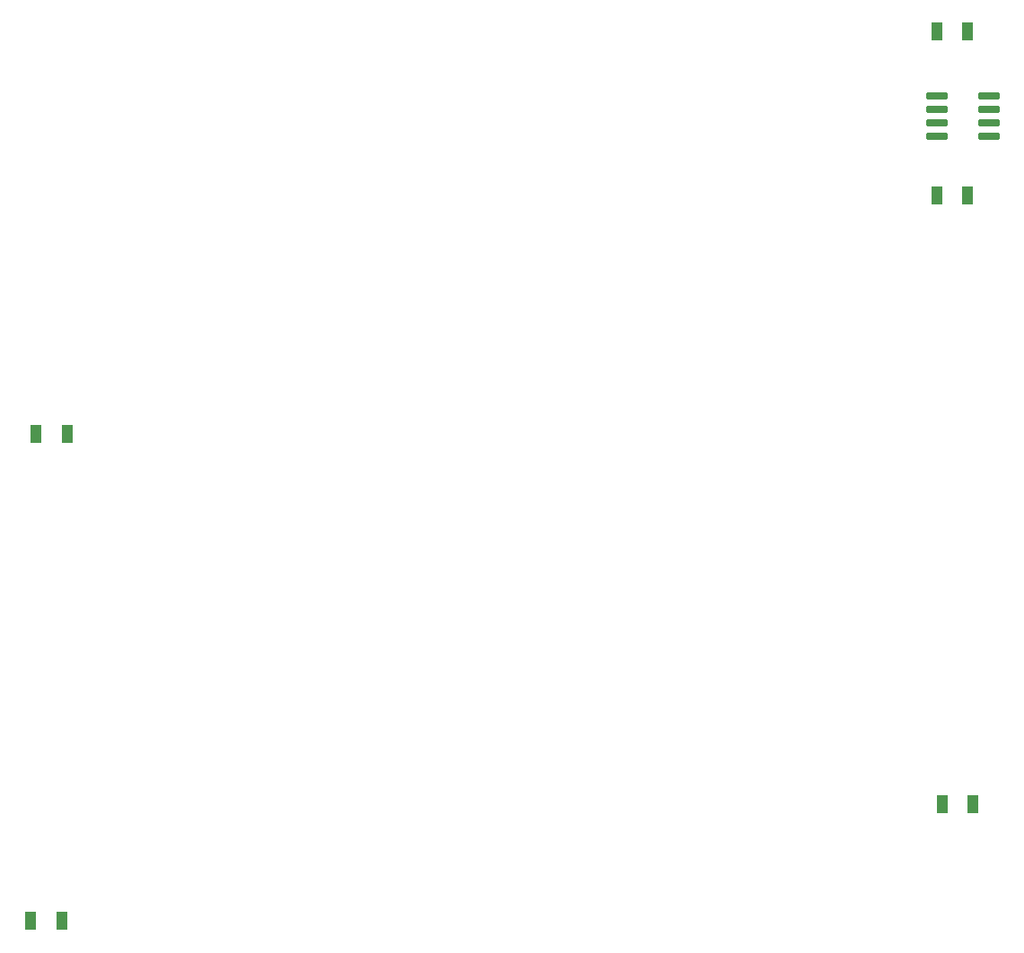
<source format=gtp>
G04*
G04 #@! TF.GenerationSoftware,Altium Limited,Altium Designer,22.8.2 (66)*
G04*
G04 Layer_Color=8421504*
%FSLAX42Y42*%
%MOMM*%
G71*
G04*
G04 #@! TF.SameCoordinates,8E390A5F-EF31-4BF6-9372-B9111DFB767B*
G04*
G04*
G04 #@! TF.FilePolarity,Positive*
G04*
G01*
G75*
%ADD14R,1.13X1.77*%
G04:AMPARAMS|DCode=15|XSize=1.97mm|YSize=0.6mm|CornerRadius=0.08mm|HoleSize=0mm|Usage=FLASHONLY|Rotation=0.000|XOffset=0mm|YOffset=0mm|HoleType=Round|Shape=RoundedRectangle|*
%AMROUNDEDRECTD15*
21,1,1.97,0.45,0,0,0.0*
21,1,1.82,0.60,0,0,0.0*
1,1,0.15,0.91,-0.23*
1,1,0.15,-0.91,-0.23*
1,1,0.15,-0.91,0.23*
1,1,0.15,0.91,0.23*
%
%ADD15ROUNDEDRECTD15*%
D14*
X9103Y6200D02*
D03*
X9397D02*
D03*
X850Y9700D02*
D03*
X556D02*
D03*
X503Y5100D02*
D03*
X797D02*
D03*
X9347Y11950D02*
D03*
X9053D02*
D03*
Y13500D02*
D03*
X9347D02*
D03*
D15*
X9547Y12890D02*
D03*
Y12764D02*
D03*
Y12636D02*
D03*
Y12510D02*
D03*
X9053D02*
D03*
Y12636D02*
D03*
Y12764D02*
D03*
Y12890D02*
D03*
M02*

</source>
